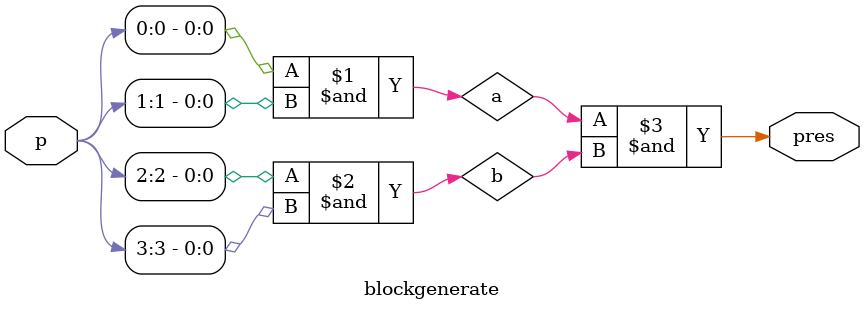
<source format=v>
module blockgenerate(input[3:0]p,output pres);

and and1(a,p[0],p[1]);
and and2(b,p[2],p[3]);
and and3(pres,a,b);

endmodule
</source>
